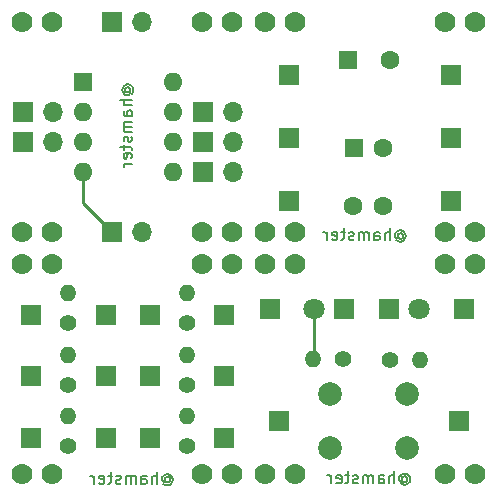
<source format=gbr>
%TF.GenerationSoftware,KiCad,Pcbnew,(6.0.7)*%
%TF.CreationDate,2022-09-26T02:54:27-06:00*%
%TF.ProjectId,HHC-MiniBadge-2022,4848432d-4d69-46e6-9942-616467652d32,v1.0*%
%TF.SameCoordinates,Original*%
%TF.FileFunction,Copper,L2,Bot*%
%TF.FilePolarity,Positive*%
%FSLAX46Y46*%
G04 Gerber Fmt 4.6, Leading zero omitted, Abs format (unit mm)*
G04 Created by KiCad (PCBNEW (6.0.7)) date 2022-09-26 02:54:27*
%MOMM*%
%LPD*%
G01*
G04 APERTURE LIST*
%ADD10C,0.150000*%
%TA.AperFunction,NonConductor*%
%ADD11C,0.150000*%
%TD*%
%TA.AperFunction,ComponentPad*%
%ADD12R,1.700000X1.700000*%
%TD*%
%TA.AperFunction,ComponentPad*%
%ADD13O,1.700000X1.700000*%
%TD*%
%TA.AperFunction,ComponentPad*%
%ADD14C,1.778000*%
%TD*%
%TA.AperFunction,ComponentPad*%
%ADD15R,1.600000X1.600000*%
%TD*%
%TA.AperFunction,ComponentPad*%
%ADD16O,1.600000X1.600000*%
%TD*%
%TA.AperFunction,ComponentPad*%
%ADD17C,2.000000*%
%TD*%
%TA.AperFunction,ComponentPad*%
%ADD18O,1.400000X1.400000*%
%TD*%
%TA.AperFunction,ComponentPad*%
%ADD19C,1.400000*%
%TD*%
%TA.AperFunction,ComponentPad*%
%ADD20C,1.800000*%
%TD*%
%TA.AperFunction,ComponentPad*%
%ADD21R,1.800000X1.800000*%
%TD*%
%TA.AperFunction,ComponentPad*%
%ADD22C,1.600000*%
%TD*%
%TA.AperFunction,Conductor*%
%ADD23C,0.250000*%
%TD*%
G04 APERTURE END LIST*
D10*
D11*
X128166190Y-71774285D02*
X128118571Y-71726666D01*
X128070952Y-71631428D01*
X128070952Y-71536190D01*
X128118571Y-71440952D01*
X128166190Y-71393333D01*
X128261428Y-71345714D01*
X128356666Y-71345714D01*
X128451904Y-71393333D01*
X128499523Y-71440952D01*
X128547142Y-71536190D01*
X128547142Y-71631428D01*
X128499523Y-71726666D01*
X128451904Y-71774285D01*
X128070952Y-71774285D02*
X128451904Y-71774285D01*
X128499523Y-71821904D01*
X128499523Y-71869523D01*
X128451904Y-71964761D01*
X128356666Y-72012380D01*
X128118571Y-72012380D01*
X127975714Y-71917142D01*
X127880476Y-71774285D01*
X127832857Y-71583809D01*
X127880476Y-71393333D01*
X127975714Y-71250476D01*
X128118571Y-71155238D01*
X128309047Y-71107619D01*
X128499523Y-71155238D01*
X128642380Y-71250476D01*
X128737619Y-71393333D01*
X128785238Y-71583809D01*
X128737619Y-71774285D01*
X128642380Y-71917142D01*
X128642380Y-72440952D02*
X127642380Y-72440952D01*
X128642380Y-72869523D02*
X128118571Y-72869523D01*
X128023333Y-72821904D01*
X127975714Y-72726666D01*
X127975714Y-72583809D01*
X128023333Y-72488571D01*
X128070952Y-72440952D01*
X128642380Y-73774285D02*
X128118571Y-73774285D01*
X128023333Y-73726666D01*
X127975714Y-73631428D01*
X127975714Y-73440952D01*
X128023333Y-73345714D01*
X128594761Y-73774285D02*
X128642380Y-73679047D01*
X128642380Y-73440952D01*
X128594761Y-73345714D01*
X128499523Y-73298095D01*
X128404285Y-73298095D01*
X128309047Y-73345714D01*
X128261428Y-73440952D01*
X128261428Y-73679047D01*
X128213809Y-73774285D01*
X128642380Y-74250476D02*
X127975714Y-74250476D01*
X128070952Y-74250476D02*
X128023333Y-74298095D01*
X127975714Y-74393333D01*
X127975714Y-74536190D01*
X128023333Y-74631428D01*
X128118571Y-74679047D01*
X128642380Y-74679047D01*
X128118571Y-74679047D02*
X128023333Y-74726666D01*
X127975714Y-74821904D01*
X127975714Y-74964761D01*
X128023333Y-75060000D01*
X128118571Y-75107619D01*
X128642380Y-75107619D01*
X128594761Y-75536190D02*
X128642380Y-75631428D01*
X128642380Y-75821904D01*
X128594761Y-75917142D01*
X128499523Y-75964761D01*
X128451904Y-75964761D01*
X128356666Y-75917142D01*
X128309047Y-75821904D01*
X128309047Y-75679047D01*
X128261428Y-75583809D01*
X128166190Y-75536190D01*
X128118571Y-75536190D01*
X128023333Y-75583809D01*
X127975714Y-75679047D01*
X127975714Y-75821904D01*
X128023333Y-75917142D01*
X127975714Y-76250476D02*
X127975714Y-76631428D01*
X127642380Y-76393333D02*
X128499523Y-76393333D01*
X128594761Y-76440952D01*
X128642380Y-76536190D01*
X128642380Y-76631428D01*
X128594761Y-77345714D02*
X128642380Y-77250476D01*
X128642380Y-77060000D01*
X128594761Y-76964761D01*
X128499523Y-76917142D01*
X128118571Y-76917142D01*
X128023333Y-76964761D01*
X127975714Y-77060000D01*
X127975714Y-77250476D01*
X128023333Y-77345714D01*
X128118571Y-77393333D01*
X128213809Y-77393333D01*
X128309047Y-76917142D01*
X128642380Y-77821904D02*
X127975714Y-77821904D01*
X128166190Y-77821904D02*
X128070952Y-77869523D01*
X128023333Y-77917142D01*
X127975714Y-78012380D01*
X127975714Y-78107619D01*
D10*
D11*
X131485714Y-104426190D02*
X131533333Y-104378571D01*
X131628571Y-104330952D01*
X131723809Y-104330952D01*
X131819047Y-104378571D01*
X131866666Y-104426190D01*
X131914285Y-104521428D01*
X131914285Y-104616666D01*
X131866666Y-104711904D01*
X131819047Y-104759523D01*
X131723809Y-104807142D01*
X131628571Y-104807142D01*
X131533333Y-104759523D01*
X131485714Y-104711904D01*
X131485714Y-104330952D02*
X131485714Y-104711904D01*
X131438095Y-104759523D01*
X131390476Y-104759523D01*
X131295238Y-104711904D01*
X131247619Y-104616666D01*
X131247619Y-104378571D01*
X131342857Y-104235714D01*
X131485714Y-104140476D01*
X131676190Y-104092857D01*
X131866666Y-104140476D01*
X132009523Y-104235714D01*
X132104761Y-104378571D01*
X132152380Y-104569047D01*
X132104761Y-104759523D01*
X132009523Y-104902380D01*
X131866666Y-104997619D01*
X131676190Y-105045238D01*
X131485714Y-104997619D01*
X131342857Y-104902380D01*
X130819047Y-104902380D02*
X130819047Y-103902380D01*
X130390476Y-104902380D02*
X130390476Y-104378571D01*
X130438095Y-104283333D01*
X130533333Y-104235714D01*
X130676190Y-104235714D01*
X130771428Y-104283333D01*
X130819047Y-104330952D01*
X129485714Y-104902380D02*
X129485714Y-104378571D01*
X129533333Y-104283333D01*
X129628571Y-104235714D01*
X129819047Y-104235714D01*
X129914285Y-104283333D01*
X129485714Y-104854761D02*
X129580952Y-104902380D01*
X129819047Y-104902380D01*
X129914285Y-104854761D01*
X129961904Y-104759523D01*
X129961904Y-104664285D01*
X129914285Y-104569047D01*
X129819047Y-104521428D01*
X129580952Y-104521428D01*
X129485714Y-104473809D01*
X129009523Y-104902380D02*
X129009523Y-104235714D01*
X129009523Y-104330952D02*
X128961904Y-104283333D01*
X128866666Y-104235714D01*
X128723809Y-104235714D01*
X128628571Y-104283333D01*
X128580952Y-104378571D01*
X128580952Y-104902380D01*
X128580952Y-104378571D02*
X128533333Y-104283333D01*
X128438095Y-104235714D01*
X128295238Y-104235714D01*
X128200000Y-104283333D01*
X128152380Y-104378571D01*
X128152380Y-104902380D01*
X127723809Y-104854761D02*
X127628571Y-104902380D01*
X127438095Y-104902380D01*
X127342857Y-104854761D01*
X127295238Y-104759523D01*
X127295238Y-104711904D01*
X127342857Y-104616666D01*
X127438095Y-104569047D01*
X127580952Y-104569047D01*
X127676190Y-104521428D01*
X127723809Y-104426190D01*
X127723809Y-104378571D01*
X127676190Y-104283333D01*
X127580952Y-104235714D01*
X127438095Y-104235714D01*
X127342857Y-104283333D01*
X127009523Y-104235714D02*
X126628571Y-104235714D01*
X126866666Y-103902380D02*
X126866666Y-104759523D01*
X126819047Y-104854761D01*
X126723809Y-104902380D01*
X126628571Y-104902380D01*
X125914285Y-104854761D02*
X126009523Y-104902380D01*
X126200000Y-104902380D01*
X126295238Y-104854761D01*
X126342857Y-104759523D01*
X126342857Y-104378571D01*
X126295238Y-104283333D01*
X126200000Y-104235714D01*
X126009523Y-104235714D01*
X125914285Y-104283333D01*
X125866666Y-104378571D01*
X125866666Y-104473809D01*
X126342857Y-104569047D01*
X125438095Y-104902380D02*
X125438095Y-104235714D01*
X125438095Y-104426190D02*
X125390476Y-104330952D01*
X125342857Y-104283333D01*
X125247619Y-104235714D01*
X125152380Y-104235714D01*
D10*
D11*
X151565714Y-104396190D02*
X151613333Y-104348571D01*
X151708571Y-104300952D01*
X151803809Y-104300952D01*
X151899047Y-104348571D01*
X151946666Y-104396190D01*
X151994285Y-104491428D01*
X151994285Y-104586666D01*
X151946666Y-104681904D01*
X151899047Y-104729523D01*
X151803809Y-104777142D01*
X151708571Y-104777142D01*
X151613333Y-104729523D01*
X151565714Y-104681904D01*
X151565714Y-104300952D02*
X151565714Y-104681904D01*
X151518095Y-104729523D01*
X151470476Y-104729523D01*
X151375238Y-104681904D01*
X151327619Y-104586666D01*
X151327619Y-104348571D01*
X151422857Y-104205714D01*
X151565714Y-104110476D01*
X151756190Y-104062857D01*
X151946666Y-104110476D01*
X152089523Y-104205714D01*
X152184761Y-104348571D01*
X152232380Y-104539047D01*
X152184761Y-104729523D01*
X152089523Y-104872380D01*
X151946666Y-104967619D01*
X151756190Y-105015238D01*
X151565714Y-104967619D01*
X151422857Y-104872380D01*
X150899047Y-104872380D02*
X150899047Y-103872380D01*
X150470476Y-104872380D02*
X150470476Y-104348571D01*
X150518095Y-104253333D01*
X150613333Y-104205714D01*
X150756190Y-104205714D01*
X150851428Y-104253333D01*
X150899047Y-104300952D01*
X149565714Y-104872380D02*
X149565714Y-104348571D01*
X149613333Y-104253333D01*
X149708571Y-104205714D01*
X149899047Y-104205714D01*
X149994285Y-104253333D01*
X149565714Y-104824761D02*
X149660952Y-104872380D01*
X149899047Y-104872380D01*
X149994285Y-104824761D01*
X150041904Y-104729523D01*
X150041904Y-104634285D01*
X149994285Y-104539047D01*
X149899047Y-104491428D01*
X149660952Y-104491428D01*
X149565714Y-104443809D01*
X149089523Y-104872380D02*
X149089523Y-104205714D01*
X149089523Y-104300952D02*
X149041904Y-104253333D01*
X148946666Y-104205714D01*
X148803809Y-104205714D01*
X148708571Y-104253333D01*
X148660952Y-104348571D01*
X148660952Y-104872380D01*
X148660952Y-104348571D02*
X148613333Y-104253333D01*
X148518095Y-104205714D01*
X148375238Y-104205714D01*
X148280000Y-104253333D01*
X148232380Y-104348571D01*
X148232380Y-104872380D01*
X147803809Y-104824761D02*
X147708571Y-104872380D01*
X147518095Y-104872380D01*
X147422857Y-104824761D01*
X147375238Y-104729523D01*
X147375238Y-104681904D01*
X147422857Y-104586666D01*
X147518095Y-104539047D01*
X147660952Y-104539047D01*
X147756190Y-104491428D01*
X147803809Y-104396190D01*
X147803809Y-104348571D01*
X147756190Y-104253333D01*
X147660952Y-104205714D01*
X147518095Y-104205714D01*
X147422857Y-104253333D01*
X147089523Y-104205714D02*
X146708571Y-104205714D01*
X146946666Y-103872380D02*
X146946666Y-104729523D01*
X146899047Y-104824761D01*
X146803809Y-104872380D01*
X146708571Y-104872380D01*
X145994285Y-104824761D02*
X146089523Y-104872380D01*
X146280000Y-104872380D01*
X146375238Y-104824761D01*
X146422857Y-104729523D01*
X146422857Y-104348571D01*
X146375238Y-104253333D01*
X146280000Y-104205714D01*
X146089523Y-104205714D01*
X145994285Y-104253333D01*
X145946666Y-104348571D01*
X145946666Y-104443809D01*
X146422857Y-104539047D01*
X145518095Y-104872380D02*
X145518095Y-104205714D01*
X145518095Y-104396190D02*
X145470476Y-104300952D01*
X145422857Y-104253333D01*
X145327619Y-104205714D01*
X145232380Y-104205714D01*
D10*
D11*
X151215714Y-83806190D02*
X151263333Y-83758571D01*
X151358571Y-83710952D01*
X151453809Y-83710952D01*
X151549047Y-83758571D01*
X151596666Y-83806190D01*
X151644285Y-83901428D01*
X151644285Y-83996666D01*
X151596666Y-84091904D01*
X151549047Y-84139523D01*
X151453809Y-84187142D01*
X151358571Y-84187142D01*
X151263333Y-84139523D01*
X151215714Y-84091904D01*
X151215714Y-83710952D02*
X151215714Y-84091904D01*
X151168095Y-84139523D01*
X151120476Y-84139523D01*
X151025238Y-84091904D01*
X150977619Y-83996666D01*
X150977619Y-83758571D01*
X151072857Y-83615714D01*
X151215714Y-83520476D01*
X151406190Y-83472857D01*
X151596666Y-83520476D01*
X151739523Y-83615714D01*
X151834761Y-83758571D01*
X151882380Y-83949047D01*
X151834761Y-84139523D01*
X151739523Y-84282380D01*
X151596666Y-84377619D01*
X151406190Y-84425238D01*
X151215714Y-84377619D01*
X151072857Y-84282380D01*
X150549047Y-84282380D02*
X150549047Y-83282380D01*
X150120476Y-84282380D02*
X150120476Y-83758571D01*
X150168095Y-83663333D01*
X150263333Y-83615714D01*
X150406190Y-83615714D01*
X150501428Y-83663333D01*
X150549047Y-83710952D01*
X149215714Y-84282380D02*
X149215714Y-83758571D01*
X149263333Y-83663333D01*
X149358571Y-83615714D01*
X149549047Y-83615714D01*
X149644285Y-83663333D01*
X149215714Y-84234761D02*
X149310952Y-84282380D01*
X149549047Y-84282380D01*
X149644285Y-84234761D01*
X149691904Y-84139523D01*
X149691904Y-84044285D01*
X149644285Y-83949047D01*
X149549047Y-83901428D01*
X149310952Y-83901428D01*
X149215714Y-83853809D01*
X148739523Y-84282380D02*
X148739523Y-83615714D01*
X148739523Y-83710952D02*
X148691904Y-83663333D01*
X148596666Y-83615714D01*
X148453809Y-83615714D01*
X148358571Y-83663333D01*
X148310952Y-83758571D01*
X148310952Y-84282380D01*
X148310952Y-83758571D02*
X148263333Y-83663333D01*
X148168095Y-83615714D01*
X148025238Y-83615714D01*
X147930000Y-83663333D01*
X147882380Y-83758571D01*
X147882380Y-84282380D01*
X147453809Y-84234761D02*
X147358571Y-84282380D01*
X147168095Y-84282380D01*
X147072857Y-84234761D01*
X147025238Y-84139523D01*
X147025238Y-84091904D01*
X147072857Y-83996666D01*
X147168095Y-83949047D01*
X147310952Y-83949047D01*
X147406190Y-83901428D01*
X147453809Y-83806190D01*
X147453809Y-83758571D01*
X147406190Y-83663333D01*
X147310952Y-83615714D01*
X147168095Y-83615714D01*
X147072857Y-83663333D01*
X146739523Y-83615714D02*
X146358571Y-83615714D01*
X146596666Y-83282380D02*
X146596666Y-84139523D01*
X146549047Y-84234761D01*
X146453809Y-84282380D01*
X146358571Y-84282380D01*
X145644285Y-84234761D02*
X145739523Y-84282380D01*
X145930000Y-84282380D01*
X146025238Y-84234761D01*
X146072857Y-84139523D01*
X146072857Y-83758571D01*
X146025238Y-83663333D01*
X145930000Y-83615714D01*
X145739523Y-83615714D01*
X145644285Y-83663333D01*
X145596666Y-83758571D01*
X145596666Y-83853809D01*
X146072857Y-83949047D01*
X145168095Y-84282380D02*
X145168095Y-83615714D01*
X145168095Y-83806190D02*
X145120476Y-83710952D01*
X145072857Y-83663333D01*
X144977619Y-83615714D01*
X144882380Y-83615714D01*
D12*
%TO.P,J29,1,Pin_1*%
%TO.N,GND*%
X126952500Y-65805000D03*
D13*
%TO.P,J29,2,Pin_2*%
X129492500Y-65805000D03*
%TD*%
D12*
%TO.P,J28,1,Pin_1*%
%TO.N,+3.3V*%
X126952500Y-83585000D03*
D13*
%TO.P,J28,2,Pin_2*%
X129492500Y-83585000D03*
%TD*%
D12*
%TO.P,J5,1,Pin_1*%
%TO.N,Net-(J5-Pad1)*%
X134680000Y-75970000D03*
D13*
%TO.P,J5,2,Pin_2*%
X137220000Y-75970000D03*
%TD*%
D14*
%TO.P,U5,1,+5V*%
%TO.N,unconnected-(U5-Pad1)*%
X139920000Y-65810000D03*
%TO.P,U5,2,GND*%
%TO.N,unconnected-(U5-Pad2)*%
X142460000Y-65810000D03*
%TO.P,U5,7,+3v3*%
%TO.N,unconnected-(U5-Pad7)*%
X155160000Y-65810000D03*
%TO.P,U5,8,GND*%
%TO.N,unconnected-(U5-Pad8)*%
X157700000Y-65810000D03*
%TO.P,U5,9,NC*%
%TO.N,unconnected-(U5-Pad9)*%
X139920000Y-83590000D03*
%TO.P,U5,10,NC*%
%TO.N,unconnected-(U5-Pad10)*%
X142460000Y-83590000D03*
%TO.P,U5,15,+3v3*%
%TO.N,unconnected-(U5-Pad15)*%
X155160000Y-83590000D03*
%TO.P,U5,16,GND*%
%TO.N,unconnected-(U5-Pad16)*%
X157700000Y-83590000D03*
%TD*%
%TO.P,U4,16,GND*%
%TO.N,unconnected-(U4-Pad16)*%
X137180000Y-104110000D03*
%TO.P,U4,15,+3v3*%
%TO.N,unconnected-(U4-Pad15)*%
X134640000Y-104110000D03*
%TO.P,U4,10,NC*%
%TO.N,unconnected-(U4-Pad10)*%
X121940000Y-104110000D03*
%TO.P,U4,9,NC*%
%TO.N,unconnected-(U4-Pad9)*%
X119400000Y-104110000D03*
%TO.P,U4,8,GND*%
%TO.N,unconnected-(U4-Pad8)*%
X137180000Y-86330000D03*
%TO.P,U4,7,+3v3*%
%TO.N,unconnected-(U4-Pad7)*%
X134640000Y-86330000D03*
%TO.P,U4,2,GND*%
%TO.N,unconnected-(U4-Pad2)*%
X121940000Y-86330000D03*
%TO.P,U4,1,+5V*%
%TO.N,unconnected-(U4-Pad1)*%
X119400000Y-86330000D03*
%TD*%
%TO.P,U3,16,GND*%
%TO.N,unconnected-(U3-Pad16)*%
X157700000Y-104110000D03*
%TO.P,U3,15,+3v3*%
%TO.N,unconnected-(U3-Pad15)*%
X155160000Y-104110000D03*
%TO.P,U3,10,NC*%
%TO.N,unconnected-(U3-Pad10)*%
X142460000Y-104110000D03*
%TO.P,U3,9,NC*%
%TO.N,unconnected-(U3-Pad9)*%
X139920000Y-104110000D03*
%TO.P,U3,8,GND*%
%TO.N,GND*%
X157700000Y-86330000D03*
%TO.P,U3,7,+3v3*%
%TO.N,+3.3V*%
X155160000Y-86330000D03*
%TO.P,U3,2,GND*%
%TO.N,unconnected-(U3-Pad2)*%
X142460000Y-86330000D03*
%TO.P,U3,1,+5V*%
%TO.N,unconnected-(U3-Pad1)*%
X139920000Y-86330000D03*
%TD*%
%TO.P,U2,1,+5V*%
%TO.N,unconnected-(U2-Pad1)*%
X119400000Y-65810000D03*
%TO.P,U2,2,GND*%
%TO.N,GND*%
X121940000Y-65810000D03*
%TO.P,U2,7,+3v3*%
%TO.N,+3.3V*%
X134640000Y-65810000D03*
%TO.P,U2,8,GND*%
%TO.N,unconnected-(U2-Pad8)*%
X137180000Y-65810000D03*
%TO.P,U2,9,NC*%
%TO.N,unconnected-(U2-Pad9)*%
X119400000Y-83590000D03*
%TO.P,U2,10,NC*%
%TO.N,unconnected-(U2-Pad10)*%
X121940000Y-83590000D03*
%TO.P,U2,15,+3v3*%
%TO.N,+3.3V*%
X134640000Y-83590000D03*
%TO.P,U2,16,GND*%
%TO.N,unconnected-(U2-Pad16)*%
X137180000Y-83590000D03*
%TD*%
D15*
%TO.P,U1,1,GND*%
%TO.N,GND*%
X124520000Y-70890000D03*
D16*
%TO.P,U1,2,TR*%
%TO.N,Net-(J1-Pad1)*%
X124520000Y-73430000D03*
%TO.P,U1,3,Q*%
%TO.N,Net-(J3-Pad1)*%
X124520000Y-75970000D03*
%TO.P,U1,4,R*%
%TO.N,+3.3V*%
X124520000Y-78510000D03*
%TO.P,U1,5,CV*%
%TO.N,Net-(J2-Pad1)*%
X132140000Y-78510000D03*
%TO.P,U1,6,THR*%
%TO.N,Net-(J5-Pad1)*%
X132140000Y-75970000D03*
%TO.P,U1,7,DIS*%
%TO.N,Net-(J4-Pad1)*%
X132140000Y-73430000D03*
%TO.P,U1,8,VCC*%
%TO.N,+3.3V*%
X132140000Y-70890000D03*
%TD*%
D17*
%TO.P,SW1,2,2*%
%TO.N,Net-(J25-Pad1)*%
X151972500Y-101860000D03*
X145472500Y-101860000D03*
%TO.P,SW1,1,1*%
%TO.N,Net-(J24-Pad1)*%
X145472500Y-97360000D03*
X151972500Y-97360000D03*
%TD*%
D18*
%TO.P,R8,2*%
%TO.N,Net-(D2-Pad1)*%
X153060000Y-94400000D03*
D19*
%TO.P,R8,1*%
%TO.N,GND*%
X150520000Y-94400000D03*
%TD*%
D18*
%TO.P,R7,2*%
%TO.N,Net-(D1-Pad2)*%
X144020000Y-94390000D03*
D19*
%TO.P,R7,1*%
%TO.N,+3.3V*%
X146560000Y-94390000D03*
%TD*%
%TO.P,R6,1*%
%TO.N,Net-(J20-Pad1)*%
X133322500Y-91330000D03*
D18*
%TO.P,R6,2*%
%TO.N,Net-(J23-Pad1)*%
X133322500Y-88790000D03*
%TD*%
D19*
%TO.P,R5,1*%
%TO.N,Net-(J19-Pad1)*%
X123265278Y-96532500D03*
D18*
%TO.P,R5,2*%
%TO.N,Net-(J22-Pad1)*%
X123265278Y-93992500D03*
%TD*%
%TO.P,R4,2*%
%TO.N,Net-(J21-Pad1)*%
X123265278Y-99195000D03*
D19*
%TO.P,R4,1*%
%TO.N,Net-(J18-Pad1)*%
X123265278Y-101735000D03*
%TD*%
%TO.P,R3,1*%
%TO.N,Net-(J14-Pad1)*%
X123265278Y-91330000D03*
D18*
%TO.P,R3,2*%
%TO.N,Net-(J17-Pad1)*%
X123265278Y-88790000D03*
%TD*%
D19*
%TO.P,R2,1*%
%TO.N,Net-(J13-Pad1)*%
X133322500Y-96532500D03*
D18*
%TO.P,R2,2*%
%TO.N,Net-(J16-Pad1)*%
X133322500Y-93992500D03*
%TD*%
%TO.P,R1,2*%
%TO.N,Net-(J15-Pad1)*%
X133322500Y-99195000D03*
D19*
%TO.P,R1,1*%
%TO.N,Net-(J12-Pad1)*%
X133322500Y-101735000D03*
%TD*%
D12*
%TO.P,J27,1,Pin_1*%
%TO.N,Net-(D2-Pad2)*%
X156775000Y-90115000D03*
%TD*%
%TO.P,J26,1,Pin_1*%
%TO.N,Net-(D1-Pad1)*%
X140370000Y-90115000D03*
%TD*%
%TO.P,J25,1,Pin_1*%
%TO.N,Net-(J25-Pad1)*%
X156410000Y-99635000D03*
%TD*%
%TO.P,J24,1,Pin_1*%
%TO.N,Net-(J24-Pad1)*%
X141140000Y-99630000D03*
%TD*%
%TO.P,J23,1,Pin_1*%
%TO.N,Net-(J23-Pad1)*%
X136510000Y-90605000D03*
%TD*%
%TO.P,J22,1,Pin_1*%
%TO.N,Net-(J22-Pad1)*%
X126450000Y-95807500D03*
%TD*%
%TO.P,J21,1,Pin_1*%
%TO.N,Net-(J21-Pad1)*%
X126450000Y-101010000D03*
%TD*%
%TO.P,J20,1,Pin_1*%
%TO.N,Net-(J20-Pad1)*%
X130185000Y-90605000D03*
%TD*%
%TO.P,J19,1,Pin_1*%
%TO.N,Net-(J19-Pad1)*%
X120130278Y-95807500D03*
%TD*%
%TO.P,J18,1,Pin_1*%
%TO.N,Net-(J18-Pad1)*%
X120130278Y-101010000D03*
%TD*%
%TO.P,J17,1,Pin_1*%
%TO.N,Net-(J17-Pad1)*%
X126450000Y-90605000D03*
%TD*%
%TO.P,J16,1,Pin_1*%
%TO.N,Net-(J16-Pad1)*%
X136510000Y-95807500D03*
%TD*%
%TO.P,J15,1,Pin_1*%
%TO.N,Net-(J15-Pad1)*%
X136510000Y-101010000D03*
%TD*%
%TO.P,J14,1,Pin_1*%
%TO.N,Net-(J14-Pad1)*%
X120130278Y-90605000D03*
%TD*%
%TO.P,J13,1,Pin_1*%
%TO.N,Net-(J13-Pad1)*%
X130185000Y-95807500D03*
%TD*%
%TO.P,J12,1,Pin_1*%
%TO.N,Net-(J12-Pad1)*%
X130185000Y-101010000D03*
%TD*%
%TO.P,J11,1,Pin_1*%
%TO.N,Net-(C3-Pad2)*%
X155655000Y-80945000D03*
%TD*%
%TO.P,J10,1,Pin_1*%
%TO.N,Net-(C2-Pad2)*%
X155670000Y-75627500D03*
%TD*%
%TO.P,J9,1,Pin_1*%
%TO.N,Net-(C1-Pad2)*%
X155670000Y-70310000D03*
%TD*%
%TO.P,J8,1,Pin_1*%
%TO.N,Net-(C3-Pad1)*%
X141990000Y-80945000D03*
%TD*%
%TO.P,J7,1,Pin_1*%
%TO.N,Net-(C2-Pad1)*%
X142005000Y-75627500D03*
%TD*%
%TO.P,J6,1,Pin_1*%
%TO.N,Net-(C1-Pad1)*%
X142005000Y-70310000D03*
%TD*%
%TO.P,J4,1,Pin_1*%
%TO.N,Net-(J4-Pad1)*%
X134680000Y-73430000D03*
D13*
%TO.P,J4,2,Pin_2*%
X137220000Y-73430000D03*
%TD*%
D12*
%TO.P,J3,1,Pin_1*%
%TO.N,Net-(J3-Pad1)*%
X119440000Y-75970000D03*
D13*
%TO.P,J3,2,Pin_2*%
X121980000Y-75970000D03*
%TD*%
D12*
%TO.P,J2,1,Pin_1*%
%TO.N,Net-(J2-Pad1)*%
X134680000Y-78510000D03*
D13*
%TO.P,J2,2,Pin_2*%
X137220000Y-78510000D03*
%TD*%
D12*
%TO.P,J1,1,Pin_1*%
%TO.N,Net-(J1-Pad1)*%
X119440000Y-73430000D03*
D13*
%TO.P,J1,2,Pin_2*%
X121980000Y-73430000D03*
%TD*%
D20*
%TO.P,D2,2,A*%
%TO.N,Net-(D2-Pad2)*%
X153005000Y-90090000D03*
D21*
%TO.P,D2,1,K*%
%TO.N,Net-(D2-Pad1)*%
X150465000Y-90090000D03*
%TD*%
D20*
%TO.P,D1,2,A*%
%TO.N,Net-(D1-Pad2)*%
X144080000Y-90090000D03*
D21*
%TO.P,D1,1,K*%
%TO.N,Net-(D1-Pad1)*%
X146620000Y-90090000D03*
%TD*%
D22*
%TO.P,C3,1*%
%TO.N,Net-(C3-Pad1)*%
X147410000Y-81410000D03*
%TO.P,C3,2*%
%TO.N,Net-(C3-Pad2)*%
X149910000Y-81410000D03*
%TD*%
D15*
%TO.P,C2,1*%
%TO.N,Net-(C2-Pad1)*%
X147454888Y-76500000D03*
D22*
%TO.P,C2,2*%
%TO.N,Net-(C2-Pad2)*%
X149954888Y-76500000D03*
%TD*%
D15*
%TO.P,C1,1*%
%TO.N,Net-(C1-Pad1)*%
X147007349Y-69070000D03*
D22*
%TO.P,C1,2*%
%TO.N,Net-(C1-Pad2)*%
X150507349Y-69070000D03*
%TD*%
D23*
%TO.N,Net-(D1-Pad2)*%
X144080000Y-94330000D02*
X144020000Y-94390000D01*
X144080000Y-90090000D02*
X144080000Y-94330000D01*
%TO.N,+3.3V*%
X124520000Y-81152500D02*
X126952500Y-83585000D01*
X124520000Y-78510000D02*
X124520000Y-81152500D01*
%TD*%
M02*

</source>
